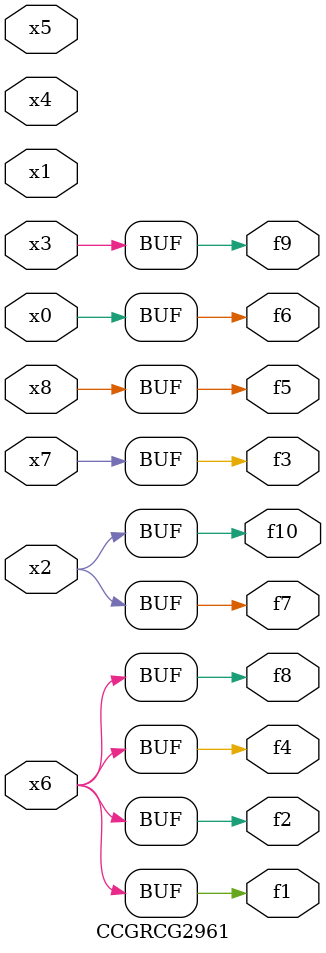
<source format=v>
module CCGRCG2961(
	input x0, x1, x2, x3, x4, x5, x6, x7, x8,
	output f1, f2, f3, f4, f5, f6, f7, f8, f9, f10
);
	assign f1 = x6;
	assign f2 = x6;
	assign f3 = x7;
	assign f4 = x6;
	assign f5 = x8;
	assign f6 = x0;
	assign f7 = x2;
	assign f8 = x6;
	assign f9 = x3;
	assign f10 = x2;
endmodule

</source>
